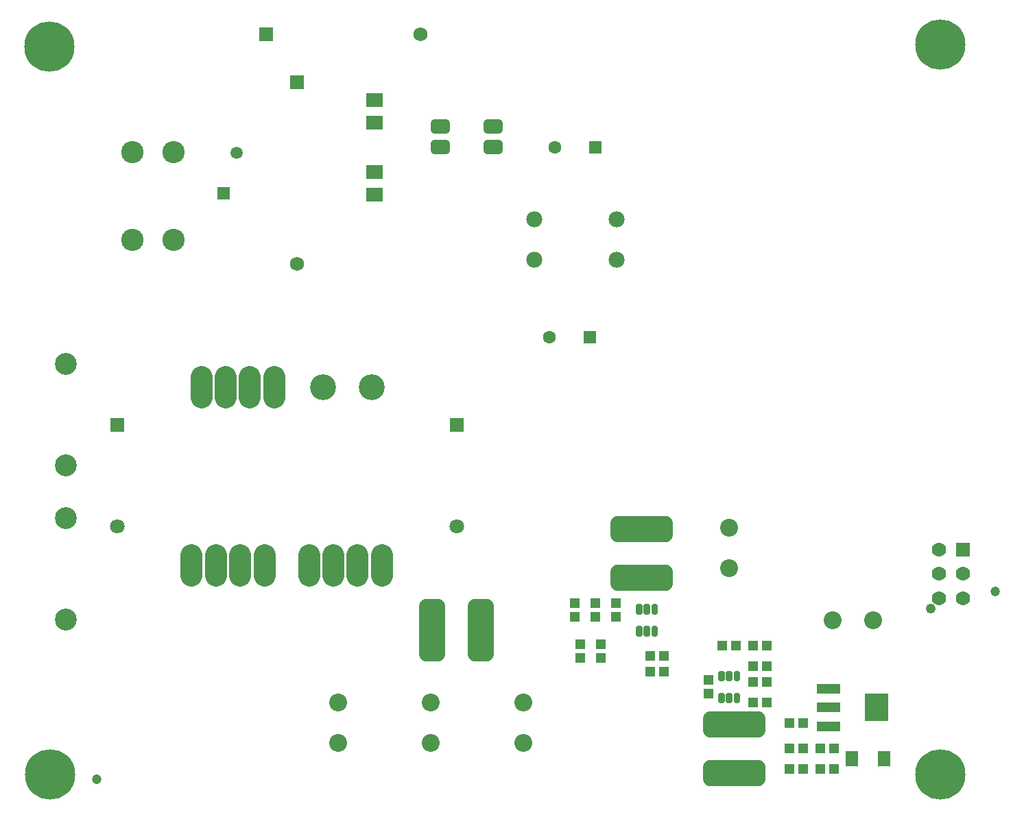
<source format=gbr>
G04 EAGLE Gerber RS-274X export*
G75*
%MOMM*%
%FSLAX34Y34*%
%LPD*%
%INSoldermask Top*%
%IPPOS*%
%AMOC8*
5,1,8,0,0,1.08239X$1,22.5*%
G01*
%ADD10R,1.753200X1.753200*%
%ADD11C,1.753200*%
%ADD12R,1.603200X1.603200*%
%ADD13C,1.603200*%
%ADD14C,2.203200*%
%ADD15R,1.303200X1.203200*%
%ADD16R,1.203200X1.303200*%
%ADD17C,0.981791*%
%ADD18R,1.603200X1.843200*%
%ADD19C,1.203200*%
%ADD20R,2.903200X3.503200*%
%ADD21R,2.903200X1.203200*%
%ADD22C,0.506016*%
%ADD23C,1.965200*%
%ADD24C,6.203200*%
%ADD25R,2.006200X1.803200*%
%ADD26C,2.703200*%
%ADD27C,3.203200*%
%ADD28C,2.743200*%
%ADD29C,1.223200*%
%ADD30R,1.773200X1.773200*%
%ADD31C,1.773200*%
%ADD32R,1.503200X1.503200*%
%ADD33C,1.503200*%
%ADD34C,1.697694*%
%ADD35R,1.703200X1.703200*%
%ADD36C,1.803200*%
%ADD37C,2.703200*%


D10*
X355600Y906250D03*
D11*
X355600Y681250D03*
D12*
X723500Y825500D03*
D13*
X673500Y825500D03*
D12*
X717150Y590550D03*
D13*
X667150Y590550D03*
D14*
X406400Y89300D03*
X406400Y139300D03*
X520700Y89300D03*
X520700Y139300D03*
X635000Y89300D03*
X635000Y139300D03*
D15*
X791600Y196850D03*
X808600Y196850D03*
X791600Y177800D03*
X808600Y177800D03*
D16*
X749300Y245500D03*
X749300Y262500D03*
D15*
X918600Y139700D03*
X935600Y139700D03*
X963050Y82550D03*
X980050Y82550D03*
X963050Y114300D03*
X980050Y114300D03*
X963050Y57150D03*
X980050Y57150D03*
X1018150Y57150D03*
X1001150Y57150D03*
X1001150Y82550D03*
X1018150Y82550D03*
D14*
X1016400Y241300D03*
X1066400Y241300D03*
X889000Y305200D03*
X889000Y355200D03*
D16*
X863600Y150250D03*
X863600Y167250D03*
D17*
X604257Y829357D02*
X591043Y829357D01*
X604257Y829357D02*
X604257Y821643D01*
X591043Y821643D01*
X591043Y829357D01*
X591043Y854757D02*
X604257Y854757D01*
X604257Y847043D01*
X591043Y847043D01*
X591043Y854757D01*
X539257Y854757D02*
X526043Y854757D01*
X539257Y854757D02*
X539257Y847043D01*
X526043Y847043D01*
X526043Y854757D01*
X526043Y829357D02*
X539257Y829357D01*
X539257Y821643D01*
X526043Y821643D01*
X526043Y829357D01*
D18*
X1040300Y69850D03*
X1080600Y69850D03*
D19*
X1217250Y276850D03*
D20*
X1070900Y133350D03*
D21*
X1011900Y110350D03*
X1011900Y133350D03*
X1011900Y156350D03*
D22*
X779386Y250814D02*
X776414Y250814D01*
X776414Y258786D01*
X779386Y258786D01*
X779386Y250814D01*
X779386Y255621D02*
X776414Y255621D01*
X795414Y250814D02*
X798386Y250814D01*
X795414Y250814D02*
X795414Y258786D01*
X798386Y258786D01*
X798386Y250814D01*
X798386Y255621D02*
X795414Y255621D01*
X795414Y223814D02*
X798386Y223814D01*
X795414Y223814D02*
X795414Y231786D01*
X798386Y231786D01*
X798386Y223814D01*
X798386Y228621D02*
X795414Y228621D01*
X788886Y223814D02*
X785914Y223814D01*
X785914Y231786D01*
X788886Y231786D01*
X788886Y223814D01*
X788886Y228621D02*
X785914Y228621D01*
X779386Y223814D02*
X776414Y223814D01*
X776414Y231786D01*
X779386Y231786D01*
X779386Y223814D01*
X779386Y228621D02*
X776414Y228621D01*
X785914Y250814D02*
X788886Y250814D01*
X785914Y250814D02*
X785914Y258786D01*
X788886Y258786D01*
X788886Y250814D01*
X788886Y255621D02*
X785914Y255621D01*
X897014Y149236D02*
X899986Y149236D01*
X899986Y141264D01*
X897014Y141264D01*
X897014Y149236D01*
X897014Y146071D02*
X899986Y146071D01*
X880986Y149236D02*
X878014Y149236D01*
X880986Y149236D02*
X880986Y141264D01*
X878014Y141264D01*
X878014Y149236D01*
X878014Y146071D02*
X880986Y146071D01*
X880986Y176236D02*
X878014Y176236D01*
X880986Y176236D02*
X880986Y168264D01*
X878014Y168264D01*
X878014Y176236D01*
X878014Y173071D02*
X880986Y173071D01*
X887514Y176236D02*
X890486Y176236D01*
X890486Y168264D01*
X887514Y168264D01*
X887514Y176236D01*
X887514Y173071D02*
X890486Y173071D01*
X897014Y176236D02*
X899986Y176236D01*
X899986Y168264D01*
X897014Y168264D01*
X897014Y176236D01*
X897014Y173071D02*
X899986Y173071D01*
X890486Y149236D02*
X887514Y149236D01*
X890486Y149236D02*
X890486Y141264D01*
X887514Y141264D01*
X887514Y149236D01*
X887514Y146071D02*
X890486Y146071D01*
D23*
X648450Y736200D03*
X648200Y686200D03*
X750050Y736200D03*
X749800Y686200D03*
D24*
X50800Y50800D03*
X50000Y950000D03*
X1149350Y952500D03*
X1149350Y50800D03*
D10*
X317200Y965200D03*
D11*
X508300Y965200D03*
D25*
X450850Y884170D03*
X450850Y855730D03*
X450850Y795270D03*
X450850Y766830D03*
D15*
X730250Y211700D03*
X730250Y194700D03*
X704850Y194700D03*
X704850Y211700D03*
D16*
X897500Y209550D03*
X880500Y209550D03*
X935600Y209550D03*
X918600Y209550D03*
X935600Y165100D03*
X918600Y165100D03*
X918600Y184150D03*
X935600Y184150D03*
D15*
X723900Y262500D03*
X723900Y245500D03*
X698500Y262500D03*
X698500Y245500D03*
D26*
X225400Y296600D02*
X225400Y321600D01*
X255400Y321600D02*
X255400Y296600D01*
X285400Y296600D02*
X285400Y321600D01*
X370400Y321600D02*
X370400Y296600D01*
X315400Y296600D02*
X315400Y321600D01*
X400400Y321600D02*
X400400Y296600D01*
X460400Y296600D02*
X460400Y321600D01*
X267400Y516600D02*
X267400Y541600D01*
X297400Y541600D02*
X297400Y516600D01*
X327400Y516600D02*
X327400Y541600D01*
X237400Y541600D02*
X237400Y516600D01*
D27*
X387400Y529100D03*
D26*
X430400Y321600D02*
X430400Y296600D01*
D27*
X447400Y529100D03*
D28*
X203200Y819150D03*
X152400Y819150D03*
X203200Y711200D03*
X152400Y711200D03*
D29*
X1137900Y255650D03*
D30*
X1177700Y328450D03*
D31*
X1177700Y298450D03*
X1177700Y268450D03*
X1147700Y328450D03*
X1147700Y298450D03*
X1147700Y268450D03*
D32*
X265050Y768750D03*
D33*
X281050Y818750D03*
D34*
X514922Y198572D02*
X529978Y198572D01*
X514922Y198572D02*
X514922Y258628D01*
X529978Y258628D01*
X529978Y198572D01*
X529978Y214700D02*
X514922Y214700D01*
X514922Y230828D02*
X529978Y230828D01*
X529978Y246956D02*
X514922Y246956D01*
X574922Y198572D02*
X589978Y198572D01*
X574922Y198572D02*
X574922Y258628D01*
X589978Y258628D01*
X589978Y198572D01*
X589978Y214700D02*
X574922Y214700D01*
X574922Y230828D02*
X589978Y230828D01*
X589978Y246956D02*
X574922Y246956D01*
X811078Y286322D02*
X811078Y301378D01*
X811078Y286322D02*
X751022Y286322D01*
X751022Y301378D01*
X811078Y301378D01*
X811078Y346322D02*
X811078Y361378D01*
X811078Y346322D02*
X751022Y346322D01*
X751022Y361378D01*
X811078Y361378D01*
X865322Y120078D02*
X865322Y105022D01*
X865322Y120078D02*
X925378Y120078D01*
X925378Y105022D01*
X865322Y105022D01*
X865322Y60078D02*
X865322Y45022D01*
X865322Y60078D02*
X925378Y60078D01*
X925378Y45022D01*
X865322Y45022D01*
D35*
X133350Y482600D03*
D36*
X133350Y357600D03*
D35*
X552450Y482600D03*
D36*
X552450Y357600D03*
D37*
X69850Y557800D03*
X69850Y432800D03*
X69850Y367300D03*
X69850Y242300D03*
D19*
X107950Y44450D03*
M02*

</source>
